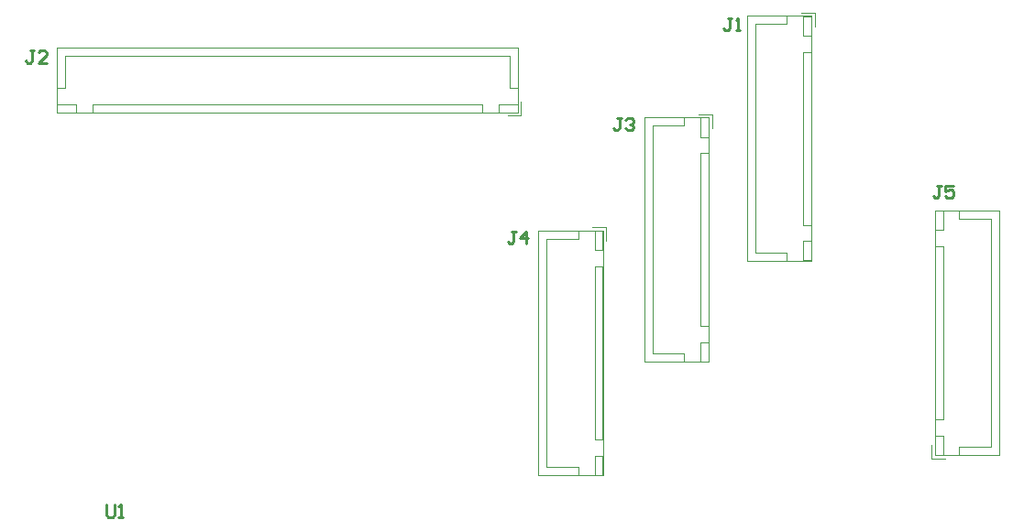
<source format=gbr>
%TF.GenerationSoftware,Altium Limited,Altium Designer,21.3.2 (30)*%
G04 Layer_Color=65535*
%FSLAX45Y45*%
%MOMM*%
%TF.SameCoordinates,699C74A5-B4CE-432A-A201-728FBB0A9CBA*%
%TF.FilePolarity,Positive*%
%TF.FileFunction,Legend,Top*%
%TF.Part,Single*%
G01*
G75*
%TA.AperFunction,NonConductor*%
%ADD23C,0.12000*%
%ADD24C,0.25400*%
D23*
X10345000Y885000D02*
X10470000D01*
X10345000D02*
Y1010000D01*
X10895000Y2045000D02*
Y3100000D01*
X10600000D02*
X10895000D01*
X10600000D02*
Y3175000D01*
X10895000Y990000D02*
Y2045000D01*
X10600000Y990000D02*
X10895000D01*
X10600000Y915000D02*
Y990000D01*
X10375000Y2995000D02*
Y3175000D01*
X10450000D01*
Y2995000D02*
Y3175000D01*
X10375000Y2995000D02*
X10450000D01*
X10375000Y915000D02*
Y1095000D01*
X10450000D01*
Y915000D02*
Y1095000D01*
X10375000Y915000D02*
X10450000D01*
X10375000Y1245000D02*
Y2845000D01*
X10450000D01*
Y1245000D02*
Y2845000D01*
X10375000Y1245000D02*
X10450000D01*
X10374000Y914000D02*
Y3176000D01*
X10971000D01*
Y914000D02*
Y3176000D01*
X10374000Y914000D02*
X10971000D01*
X7213300Y3021300D02*
X7338300D01*
Y2896300D02*
Y3021300D01*
X6788300Y806300D02*
Y1861300D01*
Y806300D02*
X7083300D01*
Y731300D02*
Y806300D01*
X6788300Y1861300D02*
Y2916300D01*
X7083300D01*
Y2991300D01*
X7308300Y731300D02*
Y911300D01*
X7233300Y731300D02*
X7308300D01*
X7233300D02*
Y911300D01*
X7308300D01*
Y2811300D02*
Y2991300D01*
X7233300Y2811300D02*
X7308300D01*
X7233300D02*
Y2991300D01*
X7308300D01*
Y1061300D02*
Y2661300D01*
X7233300Y1061300D02*
X7308300D01*
X7233300D02*
Y2661300D01*
X7308300D01*
X7309300Y730300D02*
Y2992300D01*
X6712300Y730300D02*
X7309300D01*
X6712300D02*
Y2992300D01*
X7309300D01*
X8191200Y4066700D02*
X8316200D01*
Y3941700D02*
Y4066700D01*
X7766200Y1851700D02*
Y2906700D01*
Y1851700D02*
X8061200D01*
Y1776700D02*
Y1851700D01*
X7766200Y2906700D02*
Y3961699D01*
X8061200D01*
Y4036700D01*
X8286200Y1776700D02*
Y1956700D01*
X8211200Y1776700D02*
X8286200D01*
X8211200D02*
Y1956700D01*
X8286200D01*
Y3856700D02*
Y4036700D01*
X8211200Y3856700D02*
X8286200D01*
X8211200D02*
Y4036700D01*
X8286200D01*
Y2106700D02*
Y3706699D01*
X8211200Y2106700D02*
X8286200D01*
X8211200D02*
Y3706699D01*
X8286200D01*
X8287200Y1775700D02*
Y4037700D01*
X7690200Y1775700D02*
X8287200D01*
X7690200D02*
Y4037700D01*
X8287200D01*
X6526000Y4084000D02*
Y4681000D01*
X2264000D02*
X6526000D01*
X2264000Y4084000D02*
Y4681000D01*
Y4084000D02*
X6526000D01*
X6195000Y4085000D02*
Y4160000D01*
X2595000D02*
X6195000D01*
X2595000Y4085000D02*
Y4160000D01*
Y4085000D02*
X6195000D01*
X6525000D02*
Y4160000D01*
X6345001D02*
X6525000D01*
X6345001Y4085000D02*
Y4160000D01*
Y4085000D02*
X6525000D01*
X2445000D02*
Y4160000D01*
X2265000D02*
X2445000D01*
X2265000Y4085000D02*
Y4160000D01*
Y4085000D02*
X2445000D01*
X6450000Y4310000D02*
X6525000D01*
X6450000D02*
Y4605000D01*
X4395000D02*
X6450000D01*
X2265000Y4310000D02*
X2340000D01*
Y4605000D01*
X4395000D01*
X6430000Y4055000D02*
X6555000D01*
Y4180000D01*
X9140000Y5005000D02*
X9265000D01*
Y4880000D02*
Y5005000D01*
X8715000Y2790000D02*
Y3845000D01*
Y2790000D02*
X9010000D01*
Y2715000D02*
Y2790000D01*
X8715000Y3845000D02*
Y4900000D01*
X9010000D01*
Y4975000D01*
X9235000Y2715000D02*
Y2895000D01*
X9160000Y2715000D02*
X9235000D01*
X9160000D02*
Y2895000D01*
X9235000D01*
Y4795000D02*
Y4975000D01*
X9160000Y4795000D02*
X9235000D01*
X9160000D02*
Y4975000D01*
X9235000D01*
Y3045000D02*
Y4645000D01*
X9160000Y3045000D02*
X9235000D01*
X9160000D02*
Y4645000D01*
X9235000D01*
X9236000Y2714000D02*
Y4976000D01*
X8639000Y2714000D02*
X9236000D01*
X8639000D02*
Y4976000D01*
X9236000D01*
D24*
X2723825Y457132D02*
Y361912D01*
X2742869Y342869D01*
X2780956D01*
X2800000Y361912D01*
Y457132D01*
X2838088Y342869D02*
X2876176D01*
X2857132D01*
Y457132D01*
X2838088Y438088D01*
X10434295Y3408643D02*
X10396208D01*
X10415251D01*
Y3313424D01*
X10396208Y3294380D01*
X10377164D01*
X10358120Y3313424D01*
X10548559Y3408643D02*
X10472383D01*
Y3351511D01*
X10510471Y3370555D01*
X10529515D01*
X10548559Y3351511D01*
Y3313424D01*
X10529515Y3294380D01*
X10491427D01*
X10472383Y3313424D01*
X6505956Y2982132D02*
X6467868D01*
X6486912D01*
Y2886912D01*
X6467868Y2867869D01*
X6448825D01*
X6429781Y2886912D01*
X6601175Y2867869D02*
Y2982132D01*
X6544044Y2925000D01*
X6620219D01*
X7480956Y4032132D02*
X7442869D01*
X7461912D01*
Y3936912D01*
X7442869Y3917868D01*
X7423825D01*
X7404781Y3936912D01*
X7519044Y4013088D02*
X7538088Y4032132D01*
X7576175D01*
X7595219Y4013088D01*
Y3994044D01*
X7576175Y3975000D01*
X7557132D01*
X7576175D01*
X7595219Y3955956D01*
Y3936912D01*
X7576175Y3917868D01*
X7538088D01*
X7519044Y3936912D01*
X2055956Y4657132D02*
X2017868D01*
X2036912D01*
Y4561912D01*
X2017868Y4542868D01*
X1998825D01*
X1979781Y4561912D01*
X2170219Y4542868D02*
X2094044D01*
X2170219Y4619044D01*
Y4638088D01*
X2151175Y4657132D01*
X2113088D01*
X2094044Y4638088D01*
X8500000Y4957132D02*
X8461912D01*
X8480956D01*
Y4861913D01*
X8461912Y4842869D01*
X8442869D01*
X8423825Y4861913D01*
X8538088Y4842869D02*
X8576176D01*
X8557132D01*
Y4957132D01*
X8538088Y4938088D01*
%TF.MD5,a6b41c0c0793f81dfd16e8fbf560c414*%
M02*

</source>
